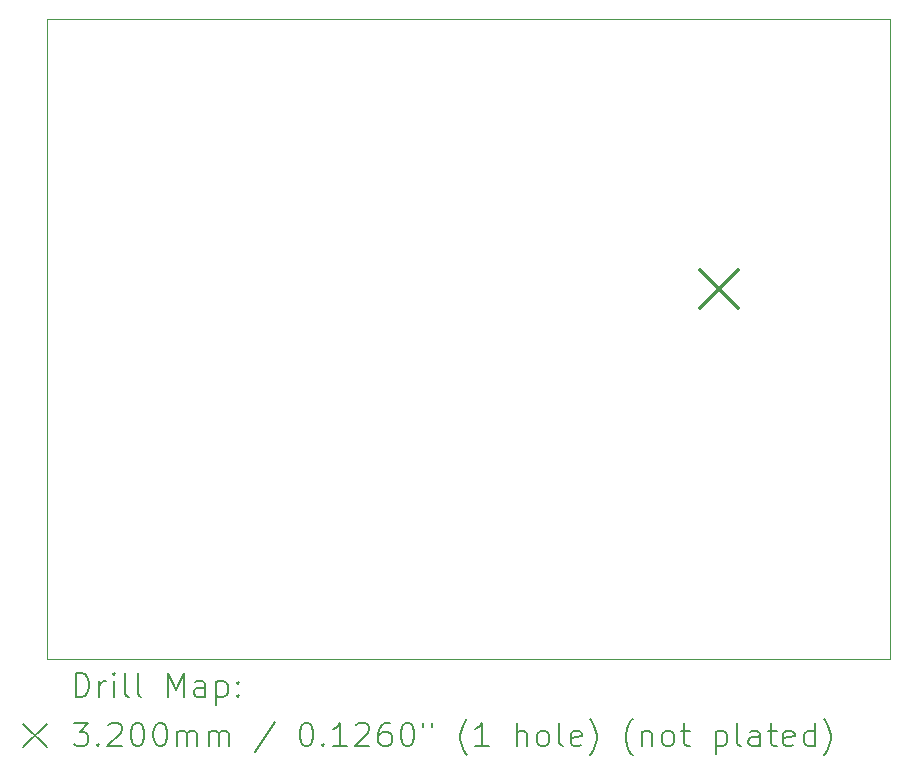
<source format=gbr>
%TF.GenerationSoftware,KiCad,Pcbnew,7.0.1-0*%
%TF.CreationDate,2023-11-21T08:43:11-06:00*%
%TF.ProjectId,kawari_twist,7669635f-7477-4697-9374-65722e6b6963,rev?*%
%TF.SameCoordinates,Original*%
%TF.FileFunction,Drillmap*%
%TF.FilePolarity,Positive*%
%FSLAX45Y45*%
G04 Gerber Fmt 4.5, Leading zero omitted, Abs format (unit mm)*
G04 Created by KiCad (PCBNEW 7.0.1-0) date 2023-11-21 08:43:11*
%MOMM*%
%LPD*%
G01*
G04 APERTURE LIST*
%ADD10C,0.100000*%
%ADD11C,0.200000*%
%ADD12C,0.320000*%
G04 APERTURE END LIST*
D10*
X8799200Y-4900000D02*
X15938880Y-4900000D01*
X15938880Y-10320000D01*
X8799200Y-10320000D01*
X8799200Y-4900000D01*
D11*
D12*
X14328160Y-7025660D02*
X14648160Y-7345660D01*
X14648160Y-7025660D02*
X14328160Y-7345660D01*
D11*
X9041819Y-10637524D02*
X9041819Y-10437524D01*
X9041819Y-10437524D02*
X9089438Y-10437524D01*
X9089438Y-10437524D02*
X9118010Y-10447048D01*
X9118010Y-10447048D02*
X9137057Y-10466095D01*
X9137057Y-10466095D02*
X9146581Y-10485143D01*
X9146581Y-10485143D02*
X9156105Y-10523238D01*
X9156105Y-10523238D02*
X9156105Y-10551810D01*
X9156105Y-10551810D02*
X9146581Y-10589905D01*
X9146581Y-10589905D02*
X9137057Y-10608952D01*
X9137057Y-10608952D02*
X9118010Y-10628000D01*
X9118010Y-10628000D02*
X9089438Y-10637524D01*
X9089438Y-10637524D02*
X9041819Y-10637524D01*
X9241819Y-10637524D02*
X9241819Y-10504190D01*
X9241819Y-10542286D02*
X9251343Y-10523238D01*
X9251343Y-10523238D02*
X9260867Y-10513714D01*
X9260867Y-10513714D02*
X9279914Y-10504190D01*
X9279914Y-10504190D02*
X9298962Y-10504190D01*
X9365629Y-10637524D02*
X9365629Y-10504190D01*
X9365629Y-10437524D02*
X9356105Y-10447048D01*
X9356105Y-10447048D02*
X9365629Y-10456571D01*
X9365629Y-10456571D02*
X9375152Y-10447048D01*
X9375152Y-10447048D02*
X9365629Y-10437524D01*
X9365629Y-10437524D02*
X9365629Y-10456571D01*
X9489438Y-10637524D02*
X9470390Y-10628000D01*
X9470390Y-10628000D02*
X9460867Y-10608952D01*
X9460867Y-10608952D02*
X9460867Y-10437524D01*
X9594200Y-10637524D02*
X9575152Y-10628000D01*
X9575152Y-10628000D02*
X9565629Y-10608952D01*
X9565629Y-10608952D02*
X9565629Y-10437524D01*
X9822771Y-10637524D02*
X9822771Y-10437524D01*
X9822771Y-10437524D02*
X9889438Y-10580381D01*
X9889438Y-10580381D02*
X9956105Y-10437524D01*
X9956105Y-10437524D02*
X9956105Y-10637524D01*
X10137057Y-10637524D02*
X10137057Y-10532762D01*
X10137057Y-10532762D02*
X10127533Y-10513714D01*
X10127533Y-10513714D02*
X10108486Y-10504190D01*
X10108486Y-10504190D02*
X10070390Y-10504190D01*
X10070390Y-10504190D02*
X10051343Y-10513714D01*
X10137057Y-10628000D02*
X10118010Y-10637524D01*
X10118010Y-10637524D02*
X10070390Y-10637524D01*
X10070390Y-10637524D02*
X10051343Y-10628000D01*
X10051343Y-10628000D02*
X10041819Y-10608952D01*
X10041819Y-10608952D02*
X10041819Y-10589905D01*
X10041819Y-10589905D02*
X10051343Y-10570857D01*
X10051343Y-10570857D02*
X10070390Y-10561333D01*
X10070390Y-10561333D02*
X10118010Y-10561333D01*
X10118010Y-10561333D02*
X10137057Y-10551810D01*
X10232295Y-10504190D02*
X10232295Y-10704190D01*
X10232295Y-10513714D02*
X10251343Y-10504190D01*
X10251343Y-10504190D02*
X10289438Y-10504190D01*
X10289438Y-10504190D02*
X10308486Y-10513714D01*
X10308486Y-10513714D02*
X10318010Y-10523238D01*
X10318010Y-10523238D02*
X10327533Y-10542286D01*
X10327533Y-10542286D02*
X10327533Y-10599429D01*
X10327533Y-10599429D02*
X10318010Y-10618476D01*
X10318010Y-10618476D02*
X10308486Y-10628000D01*
X10308486Y-10628000D02*
X10289438Y-10637524D01*
X10289438Y-10637524D02*
X10251343Y-10637524D01*
X10251343Y-10637524D02*
X10232295Y-10628000D01*
X10413248Y-10618476D02*
X10422771Y-10628000D01*
X10422771Y-10628000D02*
X10413248Y-10637524D01*
X10413248Y-10637524D02*
X10403724Y-10628000D01*
X10403724Y-10628000D02*
X10413248Y-10618476D01*
X10413248Y-10618476D02*
X10413248Y-10637524D01*
X10413248Y-10513714D02*
X10422771Y-10523238D01*
X10422771Y-10523238D02*
X10413248Y-10532762D01*
X10413248Y-10532762D02*
X10403724Y-10523238D01*
X10403724Y-10523238D02*
X10413248Y-10513714D01*
X10413248Y-10513714D02*
X10413248Y-10532762D01*
X8594200Y-10865000D02*
X8794200Y-11065000D01*
X8794200Y-10865000D02*
X8594200Y-11065000D01*
X9022771Y-10857524D02*
X9146581Y-10857524D01*
X9146581Y-10857524D02*
X9079914Y-10933714D01*
X9079914Y-10933714D02*
X9108486Y-10933714D01*
X9108486Y-10933714D02*
X9127533Y-10943238D01*
X9127533Y-10943238D02*
X9137057Y-10952762D01*
X9137057Y-10952762D02*
X9146581Y-10971810D01*
X9146581Y-10971810D02*
X9146581Y-11019429D01*
X9146581Y-11019429D02*
X9137057Y-11038476D01*
X9137057Y-11038476D02*
X9127533Y-11048000D01*
X9127533Y-11048000D02*
X9108486Y-11057524D01*
X9108486Y-11057524D02*
X9051343Y-11057524D01*
X9051343Y-11057524D02*
X9032295Y-11048000D01*
X9032295Y-11048000D02*
X9022771Y-11038476D01*
X9232295Y-11038476D02*
X9241819Y-11048000D01*
X9241819Y-11048000D02*
X9232295Y-11057524D01*
X9232295Y-11057524D02*
X9222771Y-11048000D01*
X9222771Y-11048000D02*
X9232295Y-11038476D01*
X9232295Y-11038476D02*
X9232295Y-11057524D01*
X9318010Y-10876571D02*
X9327533Y-10867048D01*
X9327533Y-10867048D02*
X9346581Y-10857524D01*
X9346581Y-10857524D02*
X9394200Y-10857524D01*
X9394200Y-10857524D02*
X9413248Y-10867048D01*
X9413248Y-10867048D02*
X9422771Y-10876571D01*
X9422771Y-10876571D02*
X9432295Y-10895619D01*
X9432295Y-10895619D02*
X9432295Y-10914667D01*
X9432295Y-10914667D02*
X9422771Y-10943238D01*
X9422771Y-10943238D02*
X9308486Y-11057524D01*
X9308486Y-11057524D02*
X9432295Y-11057524D01*
X9556105Y-10857524D02*
X9575152Y-10857524D01*
X9575152Y-10857524D02*
X9594200Y-10867048D01*
X9594200Y-10867048D02*
X9603724Y-10876571D01*
X9603724Y-10876571D02*
X9613248Y-10895619D01*
X9613248Y-10895619D02*
X9622771Y-10933714D01*
X9622771Y-10933714D02*
X9622771Y-10981333D01*
X9622771Y-10981333D02*
X9613248Y-11019429D01*
X9613248Y-11019429D02*
X9603724Y-11038476D01*
X9603724Y-11038476D02*
X9594200Y-11048000D01*
X9594200Y-11048000D02*
X9575152Y-11057524D01*
X9575152Y-11057524D02*
X9556105Y-11057524D01*
X9556105Y-11057524D02*
X9537057Y-11048000D01*
X9537057Y-11048000D02*
X9527533Y-11038476D01*
X9527533Y-11038476D02*
X9518010Y-11019429D01*
X9518010Y-11019429D02*
X9508486Y-10981333D01*
X9508486Y-10981333D02*
X9508486Y-10933714D01*
X9508486Y-10933714D02*
X9518010Y-10895619D01*
X9518010Y-10895619D02*
X9527533Y-10876571D01*
X9527533Y-10876571D02*
X9537057Y-10867048D01*
X9537057Y-10867048D02*
X9556105Y-10857524D01*
X9746581Y-10857524D02*
X9765629Y-10857524D01*
X9765629Y-10857524D02*
X9784676Y-10867048D01*
X9784676Y-10867048D02*
X9794200Y-10876571D01*
X9794200Y-10876571D02*
X9803724Y-10895619D01*
X9803724Y-10895619D02*
X9813248Y-10933714D01*
X9813248Y-10933714D02*
X9813248Y-10981333D01*
X9813248Y-10981333D02*
X9803724Y-11019429D01*
X9803724Y-11019429D02*
X9794200Y-11038476D01*
X9794200Y-11038476D02*
X9784676Y-11048000D01*
X9784676Y-11048000D02*
X9765629Y-11057524D01*
X9765629Y-11057524D02*
X9746581Y-11057524D01*
X9746581Y-11057524D02*
X9727533Y-11048000D01*
X9727533Y-11048000D02*
X9718010Y-11038476D01*
X9718010Y-11038476D02*
X9708486Y-11019429D01*
X9708486Y-11019429D02*
X9698962Y-10981333D01*
X9698962Y-10981333D02*
X9698962Y-10933714D01*
X9698962Y-10933714D02*
X9708486Y-10895619D01*
X9708486Y-10895619D02*
X9718010Y-10876571D01*
X9718010Y-10876571D02*
X9727533Y-10867048D01*
X9727533Y-10867048D02*
X9746581Y-10857524D01*
X9898962Y-11057524D02*
X9898962Y-10924190D01*
X9898962Y-10943238D02*
X9908486Y-10933714D01*
X9908486Y-10933714D02*
X9927533Y-10924190D01*
X9927533Y-10924190D02*
X9956105Y-10924190D01*
X9956105Y-10924190D02*
X9975152Y-10933714D01*
X9975152Y-10933714D02*
X9984676Y-10952762D01*
X9984676Y-10952762D02*
X9984676Y-11057524D01*
X9984676Y-10952762D02*
X9994200Y-10933714D01*
X9994200Y-10933714D02*
X10013248Y-10924190D01*
X10013248Y-10924190D02*
X10041819Y-10924190D01*
X10041819Y-10924190D02*
X10060867Y-10933714D01*
X10060867Y-10933714D02*
X10070391Y-10952762D01*
X10070391Y-10952762D02*
X10070391Y-11057524D01*
X10165629Y-11057524D02*
X10165629Y-10924190D01*
X10165629Y-10943238D02*
X10175152Y-10933714D01*
X10175152Y-10933714D02*
X10194200Y-10924190D01*
X10194200Y-10924190D02*
X10222772Y-10924190D01*
X10222772Y-10924190D02*
X10241819Y-10933714D01*
X10241819Y-10933714D02*
X10251343Y-10952762D01*
X10251343Y-10952762D02*
X10251343Y-11057524D01*
X10251343Y-10952762D02*
X10260867Y-10933714D01*
X10260867Y-10933714D02*
X10279914Y-10924190D01*
X10279914Y-10924190D02*
X10308486Y-10924190D01*
X10308486Y-10924190D02*
X10327533Y-10933714D01*
X10327533Y-10933714D02*
X10337057Y-10952762D01*
X10337057Y-10952762D02*
X10337057Y-11057524D01*
X10727533Y-10848000D02*
X10556105Y-11105143D01*
X10984676Y-10857524D02*
X11003724Y-10857524D01*
X11003724Y-10857524D02*
X11022772Y-10867048D01*
X11022772Y-10867048D02*
X11032295Y-10876571D01*
X11032295Y-10876571D02*
X11041819Y-10895619D01*
X11041819Y-10895619D02*
X11051343Y-10933714D01*
X11051343Y-10933714D02*
X11051343Y-10981333D01*
X11051343Y-10981333D02*
X11041819Y-11019429D01*
X11041819Y-11019429D02*
X11032295Y-11038476D01*
X11032295Y-11038476D02*
X11022772Y-11048000D01*
X11022772Y-11048000D02*
X11003724Y-11057524D01*
X11003724Y-11057524D02*
X10984676Y-11057524D01*
X10984676Y-11057524D02*
X10965629Y-11048000D01*
X10965629Y-11048000D02*
X10956105Y-11038476D01*
X10956105Y-11038476D02*
X10946581Y-11019429D01*
X10946581Y-11019429D02*
X10937057Y-10981333D01*
X10937057Y-10981333D02*
X10937057Y-10933714D01*
X10937057Y-10933714D02*
X10946581Y-10895619D01*
X10946581Y-10895619D02*
X10956105Y-10876571D01*
X10956105Y-10876571D02*
X10965629Y-10867048D01*
X10965629Y-10867048D02*
X10984676Y-10857524D01*
X11137057Y-11038476D02*
X11146581Y-11048000D01*
X11146581Y-11048000D02*
X11137057Y-11057524D01*
X11137057Y-11057524D02*
X11127534Y-11048000D01*
X11127534Y-11048000D02*
X11137057Y-11038476D01*
X11137057Y-11038476D02*
X11137057Y-11057524D01*
X11337057Y-11057524D02*
X11222772Y-11057524D01*
X11279914Y-11057524D02*
X11279914Y-10857524D01*
X11279914Y-10857524D02*
X11260867Y-10886095D01*
X11260867Y-10886095D02*
X11241819Y-10905143D01*
X11241819Y-10905143D02*
X11222772Y-10914667D01*
X11413248Y-10876571D02*
X11422772Y-10867048D01*
X11422772Y-10867048D02*
X11441819Y-10857524D01*
X11441819Y-10857524D02*
X11489438Y-10857524D01*
X11489438Y-10857524D02*
X11508486Y-10867048D01*
X11508486Y-10867048D02*
X11518010Y-10876571D01*
X11518010Y-10876571D02*
X11527533Y-10895619D01*
X11527533Y-10895619D02*
X11527533Y-10914667D01*
X11527533Y-10914667D02*
X11518010Y-10943238D01*
X11518010Y-10943238D02*
X11403724Y-11057524D01*
X11403724Y-11057524D02*
X11527533Y-11057524D01*
X11698962Y-10857524D02*
X11660867Y-10857524D01*
X11660867Y-10857524D02*
X11641819Y-10867048D01*
X11641819Y-10867048D02*
X11632295Y-10876571D01*
X11632295Y-10876571D02*
X11613248Y-10905143D01*
X11613248Y-10905143D02*
X11603724Y-10943238D01*
X11603724Y-10943238D02*
X11603724Y-11019429D01*
X11603724Y-11019429D02*
X11613248Y-11038476D01*
X11613248Y-11038476D02*
X11622772Y-11048000D01*
X11622772Y-11048000D02*
X11641819Y-11057524D01*
X11641819Y-11057524D02*
X11679914Y-11057524D01*
X11679914Y-11057524D02*
X11698962Y-11048000D01*
X11698962Y-11048000D02*
X11708486Y-11038476D01*
X11708486Y-11038476D02*
X11718010Y-11019429D01*
X11718010Y-11019429D02*
X11718010Y-10971810D01*
X11718010Y-10971810D02*
X11708486Y-10952762D01*
X11708486Y-10952762D02*
X11698962Y-10943238D01*
X11698962Y-10943238D02*
X11679914Y-10933714D01*
X11679914Y-10933714D02*
X11641819Y-10933714D01*
X11641819Y-10933714D02*
X11622772Y-10943238D01*
X11622772Y-10943238D02*
X11613248Y-10952762D01*
X11613248Y-10952762D02*
X11603724Y-10971810D01*
X11841819Y-10857524D02*
X11860867Y-10857524D01*
X11860867Y-10857524D02*
X11879914Y-10867048D01*
X11879914Y-10867048D02*
X11889438Y-10876571D01*
X11889438Y-10876571D02*
X11898962Y-10895619D01*
X11898962Y-10895619D02*
X11908486Y-10933714D01*
X11908486Y-10933714D02*
X11908486Y-10981333D01*
X11908486Y-10981333D02*
X11898962Y-11019429D01*
X11898962Y-11019429D02*
X11889438Y-11038476D01*
X11889438Y-11038476D02*
X11879914Y-11048000D01*
X11879914Y-11048000D02*
X11860867Y-11057524D01*
X11860867Y-11057524D02*
X11841819Y-11057524D01*
X11841819Y-11057524D02*
X11822772Y-11048000D01*
X11822772Y-11048000D02*
X11813248Y-11038476D01*
X11813248Y-11038476D02*
X11803724Y-11019429D01*
X11803724Y-11019429D02*
X11794200Y-10981333D01*
X11794200Y-10981333D02*
X11794200Y-10933714D01*
X11794200Y-10933714D02*
X11803724Y-10895619D01*
X11803724Y-10895619D02*
X11813248Y-10876571D01*
X11813248Y-10876571D02*
X11822772Y-10867048D01*
X11822772Y-10867048D02*
X11841819Y-10857524D01*
X11984676Y-10857524D02*
X11984676Y-10895619D01*
X12060867Y-10857524D02*
X12060867Y-10895619D01*
X12356105Y-11133714D02*
X12346581Y-11124190D01*
X12346581Y-11124190D02*
X12327534Y-11095619D01*
X12327534Y-11095619D02*
X12318010Y-11076571D01*
X12318010Y-11076571D02*
X12308486Y-11048000D01*
X12308486Y-11048000D02*
X12298962Y-11000381D01*
X12298962Y-11000381D02*
X12298962Y-10962286D01*
X12298962Y-10962286D02*
X12308486Y-10914667D01*
X12308486Y-10914667D02*
X12318010Y-10886095D01*
X12318010Y-10886095D02*
X12327534Y-10867048D01*
X12327534Y-10867048D02*
X12346581Y-10838476D01*
X12346581Y-10838476D02*
X12356105Y-10828952D01*
X12537057Y-11057524D02*
X12422772Y-11057524D01*
X12479914Y-11057524D02*
X12479914Y-10857524D01*
X12479914Y-10857524D02*
X12460867Y-10886095D01*
X12460867Y-10886095D02*
X12441819Y-10905143D01*
X12441819Y-10905143D02*
X12422772Y-10914667D01*
X12775153Y-11057524D02*
X12775153Y-10857524D01*
X12860867Y-11057524D02*
X12860867Y-10952762D01*
X12860867Y-10952762D02*
X12851343Y-10933714D01*
X12851343Y-10933714D02*
X12832296Y-10924190D01*
X12832296Y-10924190D02*
X12803724Y-10924190D01*
X12803724Y-10924190D02*
X12784676Y-10933714D01*
X12784676Y-10933714D02*
X12775153Y-10943238D01*
X12984676Y-11057524D02*
X12965629Y-11048000D01*
X12965629Y-11048000D02*
X12956105Y-11038476D01*
X12956105Y-11038476D02*
X12946581Y-11019429D01*
X12946581Y-11019429D02*
X12946581Y-10962286D01*
X12946581Y-10962286D02*
X12956105Y-10943238D01*
X12956105Y-10943238D02*
X12965629Y-10933714D01*
X12965629Y-10933714D02*
X12984676Y-10924190D01*
X12984676Y-10924190D02*
X13013248Y-10924190D01*
X13013248Y-10924190D02*
X13032296Y-10933714D01*
X13032296Y-10933714D02*
X13041819Y-10943238D01*
X13041819Y-10943238D02*
X13051343Y-10962286D01*
X13051343Y-10962286D02*
X13051343Y-11019429D01*
X13051343Y-11019429D02*
X13041819Y-11038476D01*
X13041819Y-11038476D02*
X13032296Y-11048000D01*
X13032296Y-11048000D02*
X13013248Y-11057524D01*
X13013248Y-11057524D02*
X12984676Y-11057524D01*
X13165629Y-11057524D02*
X13146581Y-11048000D01*
X13146581Y-11048000D02*
X13137057Y-11028952D01*
X13137057Y-11028952D02*
X13137057Y-10857524D01*
X13318010Y-11048000D02*
X13298962Y-11057524D01*
X13298962Y-11057524D02*
X13260867Y-11057524D01*
X13260867Y-11057524D02*
X13241819Y-11048000D01*
X13241819Y-11048000D02*
X13232296Y-11028952D01*
X13232296Y-11028952D02*
X13232296Y-10952762D01*
X13232296Y-10952762D02*
X13241819Y-10933714D01*
X13241819Y-10933714D02*
X13260867Y-10924190D01*
X13260867Y-10924190D02*
X13298962Y-10924190D01*
X13298962Y-10924190D02*
X13318010Y-10933714D01*
X13318010Y-10933714D02*
X13327534Y-10952762D01*
X13327534Y-10952762D02*
X13327534Y-10971810D01*
X13327534Y-10971810D02*
X13232296Y-10990857D01*
X13394200Y-11133714D02*
X13403724Y-11124190D01*
X13403724Y-11124190D02*
X13422772Y-11095619D01*
X13422772Y-11095619D02*
X13432296Y-11076571D01*
X13432296Y-11076571D02*
X13441819Y-11048000D01*
X13441819Y-11048000D02*
X13451343Y-11000381D01*
X13451343Y-11000381D02*
X13451343Y-10962286D01*
X13451343Y-10962286D02*
X13441819Y-10914667D01*
X13441819Y-10914667D02*
X13432296Y-10886095D01*
X13432296Y-10886095D02*
X13422772Y-10867048D01*
X13422772Y-10867048D02*
X13403724Y-10838476D01*
X13403724Y-10838476D02*
X13394200Y-10828952D01*
X13756105Y-11133714D02*
X13746581Y-11124190D01*
X13746581Y-11124190D02*
X13727534Y-11095619D01*
X13727534Y-11095619D02*
X13718010Y-11076571D01*
X13718010Y-11076571D02*
X13708486Y-11048000D01*
X13708486Y-11048000D02*
X13698962Y-11000381D01*
X13698962Y-11000381D02*
X13698962Y-10962286D01*
X13698962Y-10962286D02*
X13708486Y-10914667D01*
X13708486Y-10914667D02*
X13718010Y-10886095D01*
X13718010Y-10886095D02*
X13727534Y-10867048D01*
X13727534Y-10867048D02*
X13746581Y-10838476D01*
X13746581Y-10838476D02*
X13756105Y-10828952D01*
X13832296Y-10924190D02*
X13832296Y-11057524D01*
X13832296Y-10943238D02*
X13841819Y-10933714D01*
X13841819Y-10933714D02*
X13860867Y-10924190D01*
X13860867Y-10924190D02*
X13889438Y-10924190D01*
X13889438Y-10924190D02*
X13908486Y-10933714D01*
X13908486Y-10933714D02*
X13918010Y-10952762D01*
X13918010Y-10952762D02*
X13918010Y-11057524D01*
X14041819Y-11057524D02*
X14022772Y-11048000D01*
X14022772Y-11048000D02*
X14013248Y-11038476D01*
X14013248Y-11038476D02*
X14003724Y-11019429D01*
X14003724Y-11019429D02*
X14003724Y-10962286D01*
X14003724Y-10962286D02*
X14013248Y-10943238D01*
X14013248Y-10943238D02*
X14022772Y-10933714D01*
X14022772Y-10933714D02*
X14041819Y-10924190D01*
X14041819Y-10924190D02*
X14070391Y-10924190D01*
X14070391Y-10924190D02*
X14089438Y-10933714D01*
X14089438Y-10933714D02*
X14098962Y-10943238D01*
X14098962Y-10943238D02*
X14108486Y-10962286D01*
X14108486Y-10962286D02*
X14108486Y-11019429D01*
X14108486Y-11019429D02*
X14098962Y-11038476D01*
X14098962Y-11038476D02*
X14089438Y-11048000D01*
X14089438Y-11048000D02*
X14070391Y-11057524D01*
X14070391Y-11057524D02*
X14041819Y-11057524D01*
X14165629Y-10924190D02*
X14241819Y-10924190D01*
X14194200Y-10857524D02*
X14194200Y-11028952D01*
X14194200Y-11028952D02*
X14203724Y-11048000D01*
X14203724Y-11048000D02*
X14222772Y-11057524D01*
X14222772Y-11057524D02*
X14241819Y-11057524D01*
X14460867Y-10924190D02*
X14460867Y-11124190D01*
X14460867Y-10933714D02*
X14479915Y-10924190D01*
X14479915Y-10924190D02*
X14518010Y-10924190D01*
X14518010Y-10924190D02*
X14537058Y-10933714D01*
X14537058Y-10933714D02*
X14546581Y-10943238D01*
X14546581Y-10943238D02*
X14556105Y-10962286D01*
X14556105Y-10962286D02*
X14556105Y-11019429D01*
X14556105Y-11019429D02*
X14546581Y-11038476D01*
X14546581Y-11038476D02*
X14537058Y-11048000D01*
X14537058Y-11048000D02*
X14518010Y-11057524D01*
X14518010Y-11057524D02*
X14479915Y-11057524D01*
X14479915Y-11057524D02*
X14460867Y-11048000D01*
X14670391Y-11057524D02*
X14651343Y-11048000D01*
X14651343Y-11048000D02*
X14641819Y-11028952D01*
X14641819Y-11028952D02*
X14641819Y-10857524D01*
X14832296Y-11057524D02*
X14832296Y-10952762D01*
X14832296Y-10952762D02*
X14822772Y-10933714D01*
X14822772Y-10933714D02*
X14803724Y-10924190D01*
X14803724Y-10924190D02*
X14765629Y-10924190D01*
X14765629Y-10924190D02*
X14746581Y-10933714D01*
X14832296Y-11048000D02*
X14813248Y-11057524D01*
X14813248Y-11057524D02*
X14765629Y-11057524D01*
X14765629Y-11057524D02*
X14746581Y-11048000D01*
X14746581Y-11048000D02*
X14737058Y-11028952D01*
X14737058Y-11028952D02*
X14737058Y-11009905D01*
X14737058Y-11009905D02*
X14746581Y-10990857D01*
X14746581Y-10990857D02*
X14765629Y-10981333D01*
X14765629Y-10981333D02*
X14813248Y-10981333D01*
X14813248Y-10981333D02*
X14832296Y-10971810D01*
X14898962Y-10924190D02*
X14975153Y-10924190D01*
X14927534Y-10857524D02*
X14927534Y-11028952D01*
X14927534Y-11028952D02*
X14937058Y-11048000D01*
X14937058Y-11048000D02*
X14956105Y-11057524D01*
X14956105Y-11057524D02*
X14975153Y-11057524D01*
X15118010Y-11048000D02*
X15098962Y-11057524D01*
X15098962Y-11057524D02*
X15060867Y-11057524D01*
X15060867Y-11057524D02*
X15041819Y-11048000D01*
X15041819Y-11048000D02*
X15032296Y-11028952D01*
X15032296Y-11028952D02*
X15032296Y-10952762D01*
X15032296Y-10952762D02*
X15041819Y-10933714D01*
X15041819Y-10933714D02*
X15060867Y-10924190D01*
X15060867Y-10924190D02*
X15098962Y-10924190D01*
X15098962Y-10924190D02*
X15118010Y-10933714D01*
X15118010Y-10933714D02*
X15127534Y-10952762D01*
X15127534Y-10952762D02*
X15127534Y-10971810D01*
X15127534Y-10971810D02*
X15032296Y-10990857D01*
X15298962Y-11057524D02*
X15298962Y-10857524D01*
X15298962Y-11048000D02*
X15279915Y-11057524D01*
X15279915Y-11057524D02*
X15241819Y-11057524D01*
X15241819Y-11057524D02*
X15222772Y-11048000D01*
X15222772Y-11048000D02*
X15213248Y-11038476D01*
X15213248Y-11038476D02*
X15203724Y-11019429D01*
X15203724Y-11019429D02*
X15203724Y-10962286D01*
X15203724Y-10962286D02*
X15213248Y-10943238D01*
X15213248Y-10943238D02*
X15222772Y-10933714D01*
X15222772Y-10933714D02*
X15241819Y-10924190D01*
X15241819Y-10924190D02*
X15279915Y-10924190D01*
X15279915Y-10924190D02*
X15298962Y-10933714D01*
X15375153Y-11133714D02*
X15384677Y-11124190D01*
X15384677Y-11124190D02*
X15403724Y-11095619D01*
X15403724Y-11095619D02*
X15413248Y-11076571D01*
X15413248Y-11076571D02*
X15422772Y-11048000D01*
X15422772Y-11048000D02*
X15432296Y-11000381D01*
X15432296Y-11000381D02*
X15432296Y-10962286D01*
X15432296Y-10962286D02*
X15422772Y-10914667D01*
X15422772Y-10914667D02*
X15413248Y-10886095D01*
X15413248Y-10886095D02*
X15403724Y-10867048D01*
X15403724Y-10867048D02*
X15384677Y-10838476D01*
X15384677Y-10838476D02*
X15375153Y-10828952D01*
M02*

</source>
